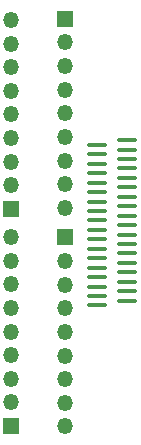
<source format=gtp>
%TF.GenerationSoftware,KiCad,Pcbnew,7.0.9*%
%TF.CreationDate,2024-03-23T01:13:53+08:00*%
%TF.ProjectId,8643____,38363433-4bd5-4a5e-932e-6b696361645f,rev?*%
%TF.SameCoordinates,Original*%
%TF.FileFunction,Paste,Top*%
%TF.FilePolarity,Positive*%
%FSLAX46Y46*%
G04 Gerber Fmt 4.6, Leading zero omitted, Abs format (unit mm)*
G04 Created by KiCad (PCBNEW 7.0.9) date 2024-03-23 01:13:53*
%MOMM*%
%LPD*%
G01*
G04 APERTURE LIST*
%ADD10R,1.350000X1.350000*%
%ADD11O,1.350000X1.350000*%
%ADD12O,1.800000X0.350000*%
G04 APERTURE END LIST*
D10*
%TO.C,J5*%
X151892000Y-60738000D03*
D11*
X151892000Y-62738000D03*
X151892000Y-64738000D03*
X151892000Y-66738000D03*
X151892000Y-68738000D03*
X151892000Y-70738000D03*
X151892000Y-72738000D03*
X151892000Y-74738000D03*
X151892000Y-76738000D03*
%TD*%
D10*
%TO.C,J4*%
X151892000Y-79248000D03*
D11*
X151892000Y-81248000D03*
X151892000Y-83248000D03*
X151892000Y-85248000D03*
X151892000Y-87248000D03*
X151892000Y-89248000D03*
X151892000Y-91248000D03*
X151892000Y-93248000D03*
X151892000Y-95248000D03*
%TD*%
D10*
%TO.C,J2*%
X147320000Y-95218000D03*
D11*
X147320000Y-93218000D03*
X147320000Y-91218000D03*
X147320000Y-89218000D03*
X147320000Y-87218000D03*
X147320000Y-85218000D03*
X147320000Y-83218000D03*
X147320000Y-81218000D03*
X147320000Y-79218000D03*
%TD*%
D12*
%TO.C,J1*%
X157098000Y-84604000D03*
X157098000Y-83804000D03*
X157098000Y-83004000D03*
X157098000Y-82204000D03*
X157098000Y-81404000D03*
X157098000Y-80604000D03*
X157098000Y-79804000D03*
X157098000Y-79004000D03*
X157098000Y-78204000D03*
X157098000Y-77404000D03*
X157098000Y-76604000D03*
X157098000Y-75804000D03*
X157098000Y-75004000D03*
X157098000Y-74204000D03*
X157098000Y-73404000D03*
X157098000Y-72604000D03*
X157098000Y-71804000D03*
X157098000Y-71004000D03*
X154588000Y-85004000D03*
X154588000Y-84204000D03*
X154588000Y-83404000D03*
X154588000Y-82604000D03*
X154588000Y-81804000D03*
X154588000Y-81004000D03*
X154588000Y-80204000D03*
X154588000Y-79404000D03*
X154588000Y-78604000D03*
X154588000Y-77804000D03*
X154588000Y-77004000D03*
X154588000Y-76204000D03*
X154588000Y-75404000D03*
X154588000Y-74604000D03*
X154588000Y-73804000D03*
X154588000Y-73004000D03*
X154588000Y-72204000D03*
X154588000Y-71404000D03*
%TD*%
D10*
%TO.C,J3*%
X147320000Y-76834000D03*
D11*
X147320000Y-74834000D03*
X147320000Y-72834000D03*
X147320000Y-70834000D03*
X147320000Y-68834000D03*
X147320000Y-66834000D03*
X147320000Y-64834000D03*
X147320000Y-62834000D03*
X147320000Y-60834000D03*
%TD*%
M02*

</source>
